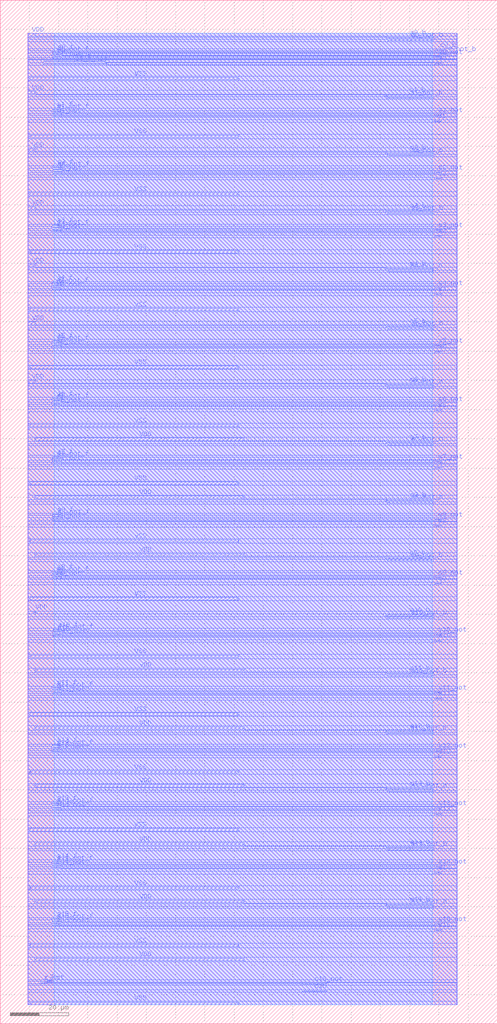
<source format=lef>
VERSION 5.7 ;
  NOWIREEXTENSIONATPIN ON ;
  DIVIDERCHAR "/" ;
  BUSBITCHARS "[]" ;
MACRO fa_16b
  CLASS BLOCK ;
  FOREIGN fa_16b ;
  ORIGIN 0.000 0.000 ;
  SIZE 169.925 BY 349.940 ;
  PIN VDD
    USE POWER ;
    PORT
      LAYER Metal3 ;
        RECT 9.635 337.670 11.815 338.570 ;
    END
    PORT
      LAYER Metal3 ;
        RECT 9.640 317.925 11.820 318.825 ;
    END
    PORT
      LAYER Metal3 ;
        RECT 9.630 298.285 11.810 299.185 ;
    END
    PORT
      LAYER Metal3 ;
        RECT 9.640 278.490 11.820 279.390 ;
    END
    PORT
      LAYER Metal3 ;
        RECT 9.650 258.740 11.830 259.640 ;
    END
    PORT
      LAYER Metal3 ;
        RECT 9.615 239.030 11.795 239.930 ;
    END
    PORT
      LAYER Metal3 ;
        RECT 9.650 219.065 11.830 219.965 ;
    END
    PORT
      LAYER Metal3 ;
        RECT 12.090 199.380 83.045 200.280 ;
    END
    PORT
      LAYER Metal3 ;
        RECT 12.090 179.540 83.045 180.440 ;
    END
    PORT
      LAYER Metal3 ;
        RECT 12.100 159.845 83.055 160.745 ;
    END
    PORT
      LAYER Metal2 ;
        RECT 11.820 140.515 12.100 140.795 ;
      LAYER Metal3 ;
        RECT 11.820 140.515 12.100 140.795 ;
    END
    PORT
      LAYER Metal3 ;
        RECT 12.090 120.340 83.045 121.240 ;
    END
    PORT
      LAYER Metal3 ;
        RECT 12.090 100.650 83.045 101.550 ;
    END
    PORT
      LAYER Metal3 ;
        RECT 12.090 80.910 83.045 81.810 ;
    END
    PORT
      LAYER Metal3 ;
        RECT 12.125 60.980 83.080 61.880 ;
    END
    PORT
      LAYER Metal3 ;
        RECT 12.105 41.340 83.060 42.240 ;
    END
    PORT
      LAYER Metal3 ;
        RECT 12.090 21.560 83.045 22.460 ;
    END
  END VDD
  PIN VSS
    USE GROUND ;
    PORT
      LAYER Metal3 ;
        RECT 10.275 322.695 81.245 323.595 ;
    END
    PORT
      LAYER Metal3 ;
        RECT 10.275 302.925 81.245 303.825 ;
    END
    PORT
      LAYER Metal3 ;
        RECT 10.275 283.230 81.245 284.130 ;
    END
    PORT
      LAYER Metal3 ;
        RECT 10.275 263.495 81.245 264.395 ;
    END
    PORT
      LAYER Metal3 ;
        RECT 10.275 243.740 81.245 244.640 ;
    END
    PORT
      LAYER Metal3 ;
        RECT 10.295 223.990 81.265 224.890 ;
    END
    PORT
      LAYER Metal3 ;
        RECT 10.295 204.045 81.265 204.945 ;
    END
    PORT
      LAYER Metal3 ;
        RECT 10.275 184.350 81.245 185.250 ;
    END
    PORT
      LAYER Metal3 ;
        RECT 10.330 164.580 81.300 165.480 ;
    END
    PORT
      LAYER Metal3 ;
        RECT 10.275 144.845 81.245 145.745 ;
    END
    PORT
      LAYER Metal3 ;
        RECT 10.275 125.165 81.245 126.065 ;
    END
    PORT
      LAYER Metal3 ;
        RECT 10.295 105.375 81.265 106.275 ;
    END
    PORT
      LAYER Metal3 ;
        RECT 10.310 85.595 81.280 86.495 ;
    END
    PORT
      LAYER Metal3 ;
        RECT 10.215 65.865 81.185 66.765 ;
    END
    PORT
      LAYER Metal3 ;
        RECT 10.310 45.910 81.280 46.810 ;
    END
    PORT
      LAYER Metal3 ;
        RECT 10.325 26.285 81.295 27.185 ;
    END
    PORT
      LAYER Metal3 ;
        RECT 10.290 6.510 81.260 7.410 ;
    END
  END VSS
  PIN c0_b
    ANTENNAGATEAREA 2.739250 ;
    ANTENNADIFFAREA 2.734275 ;
    PORT
      LAYER Metal3 ;
        RECT 149.280 332.675 151.215 332.985 ;
    END
  END c0_b
  PIN a0_b
    ANTENNAGATEAREA 2.739250 ;
    ANTENNADIFFAREA 1.587600 ;
    PORT
      LAYER Metal3 ;
        RECT 132.195 336.890 147.930 337.300 ;
    END
  END a0_b
  PIN a0_not_b
    ANTENNAGATEAREA 2.775000 ;
    ANTENNADIFFAREA 1.587600 ;
    PORT
      LAYER Metal3 ;
        RECT 132.790 336.110 147.920 336.565 ;
    END
  END a0_not_b
  PIN a1_b
    ANTENNAGATEAREA 2.739250 ;
    ANTENNADIFFAREA 1.587600 ;
    PORT
      LAYER Metal3 ;
        RECT 131.995 317.165 147.730 317.575 ;
    END
  END a1_b
  PIN a1_not_b
    ANTENNAGATEAREA 2.775000 ;
    ANTENNADIFFAREA 1.587600 ;
    PORT
      LAYER Metal3 ;
        RECT 132.590 316.385 147.720 316.840 ;
    END
  END a1_not_b
  PIN a2_b
    ANTENNAGATEAREA 2.739250 ;
    ANTENNADIFFAREA 1.587600 ;
    PORT
      LAYER Metal3 ;
        RECT 132.150 297.520 147.885 297.930 ;
    END
  END a2_b
  PIN a2_not_b
    ANTENNAGATEAREA 2.775000 ;
    ANTENNADIFFAREA 1.587600 ;
    PORT
      LAYER Metal3 ;
        RECT 132.745 296.740 147.875 297.195 ;
    END
  END a2_not_b
  PIN a3_b
    ANTENNAGATEAREA 2.739250 ;
    ANTENNADIFFAREA 1.587600 ;
    PORT
      LAYER Metal3 ;
        RECT 132.150 277.725 147.885 278.135 ;
    END
  END a3_b
  PIN a3_not_b
    ANTENNAGATEAREA 2.775000 ;
    ANTENNADIFFAREA 1.587600 ;
    PORT
      LAYER Metal3 ;
        RECT 132.745 276.945 147.875 277.400 ;
    END
  END a3_not_b
  PIN a4_b
    ANTENNAGATEAREA 2.739250 ;
    ANTENNADIFFAREA 1.587600 ;
    PORT
      LAYER Metal3 ;
        RECT 132.070 257.970 147.805 258.380 ;
    END
  END a4_b
  PIN a4_not_b
    ANTENNAGATEAREA 2.775000 ;
    ANTENNADIFFAREA 1.587600 ;
    PORT
      LAYER Metal3 ;
        RECT 132.665 257.190 147.795 257.645 ;
    END
  END a4_not_b
  PIN a5_b
    ANTENNAGATEAREA 2.739250 ;
    ANTENNADIFFAREA 1.587600 ;
    PORT
      LAYER Metal3 ;
        RECT 132.175 238.255 147.910 238.665 ;
    END
  END a5_b
  PIN a5_not_b
    ANTENNAGATEAREA 2.775000 ;
    ANTENNADIFFAREA 1.587600 ;
    PORT
      LAYER Metal3 ;
        RECT 132.770 237.475 147.900 237.930 ;
    END
  END a5_not_b
  PIN a6_b
    ANTENNAGATEAREA 2.739250 ;
    ANTENNADIFFAREA 1.587600 ;
    PORT
      LAYER Metal3 ;
        RECT 132.175 218.285 147.910 218.695 ;
    END
  END a6_b
  PIN a6_not_b
    ANTENNAGATEAREA 2.775000 ;
    ANTENNADIFFAREA 1.587600 ;
    PORT
      LAYER Metal3 ;
        RECT 132.770 217.505 147.900 217.960 ;
    END
  END a6_not_b
  PIN a7_b
    ANTENNAGATEAREA 2.739250 ;
    ANTENNADIFFAREA 1.587600 ;
    PORT
      LAYER Metal3 ;
        RECT 132.175 198.620 147.910 199.030 ;
    END
  END a7_b
  PIN a7_not_b
    ANTENNAGATEAREA 2.775000 ;
    ANTENNADIFFAREA 1.587600 ;
    PORT
      LAYER Metal3 ;
        RECT 132.770 197.840 147.900 198.295 ;
    END
  END a7_not_b
  PIN a8_b
    ANTENNAGATEAREA 2.739250 ;
    ANTENNADIFFAREA 1.587600 ;
    PORT
      LAYER Metal3 ;
        RECT 132.215 178.780 147.950 179.190 ;
    END
  END a8_b
  PIN a8_not_b
    ANTENNAGATEAREA 2.775000 ;
    ANTENNADIFFAREA 1.587600 ;
    PORT
      LAYER Metal3 ;
        RECT 132.810 178.000 147.940 178.455 ;
    END
  END a8_not_b
  PIN c0_not_b
    ANTENNAGATEAREA 2.775000 ;
    ANTENNADIFFAREA 2.560625 ;
    PORT
      LAYER Metal3 ;
        RECT 150.720 331.265 152.465 331.575 ;
    END
  END c0_not_b
  PIN s0
    ANTENNADIFFAREA 2.734275 ;
    PORT
      LAYER Metal3 ;
        RECT 148.905 328.205 150.650 328.515 ;
    END
  END s0
  PIN s0_not
    ANTENNADIFFAREA 2.560625 ;
    PORT
      LAYER Metal3 ;
        RECT 148.935 330.250 150.680 330.560 ;
    END
  END s0_not
  PIN s1
    ANTENNADIFFAREA 2.734275 ;
    PORT
      LAYER Metal3 ;
        RECT 148.775 308.475 150.520 308.785 ;
    END
  END s1
  PIN s1_not
    ANTENNADIFFAREA 2.560625 ;
    PORT
      LAYER Metal3 ;
        RECT 148.805 310.520 150.550 310.830 ;
    END
  END s1_not
  PIN s2
    ANTENNADIFFAREA 2.734275 ;
    PORT
      LAYER Metal3 ;
        RECT 148.890 288.835 150.635 289.145 ;
    END
  END s2
  PIN s2_not
    ANTENNADIFFAREA 2.560625 ;
    PORT
      LAYER Metal3 ;
        RECT 148.920 290.880 150.665 291.190 ;
    END
  END s2_not
  PIN s3
    ANTENNADIFFAREA 2.734275 ;
    PORT
      LAYER Metal3 ;
        RECT 148.890 269.035 150.635 269.345 ;
    END
  END s3
  PIN s3_not
    ANTENNADIFFAREA 2.560625 ;
    PORT
      LAYER Metal3 ;
        RECT 148.920 271.080 150.665 271.390 ;
    END
  END s3_not
  PIN s4
    ANTENNADIFFAREA 2.734275 ;
    PORT
      LAYER Metal3 ;
        RECT 148.850 249.280 150.595 249.590 ;
    END
  END s4
  PIN s4_not
    ANTENNADIFFAREA 2.560625 ;
    PORT
      LAYER Metal3 ;
        RECT 148.880 251.325 150.625 251.635 ;
    END
  END s4_not
  PIN s5
    ANTENNADIFFAREA 2.734275 ;
    PORT
      LAYER Metal3 ;
        RECT 148.890 229.565 150.635 229.875 ;
    END
  END s5
  PIN s5_not
    ANTENNADIFFAREA 2.560625 ;
    PORT
      LAYER Metal3 ;
        RECT 148.920 231.610 150.665 231.920 ;
    END
  END s5_not
  PIN s6_not
    ANTENNADIFFAREA 2.560625 ;
    PORT
      LAYER Metal3 ;
        RECT 148.915 211.640 150.660 211.950 ;
    END
  END s6_not
  PIN s7
    ANTENNADIFFAREA 2.734275 ;
    PORT
      LAYER Metal3 ;
        RECT 148.905 189.935 150.650 190.245 ;
    END
  END s7
  PIN s7_not
    ANTENNADIFFAREA 2.560625 ;
    PORT
      LAYER Metal3 ;
        RECT 148.935 191.980 150.680 192.290 ;
    END
  END s7_not
  PIN s6
    ANTENNADIFFAREA 2.734275 ;
    PORT
      LAYER Metal3 ;
        RECT 148.885 209.595 150.630 209.905 ;
    END
  END s6
  PIN a3_f
    ANTENNAGATEAREA 5.478500 ;
    ANTENNADIFFAREA 1.587600 ;
    PORT
      LAYER Metal3 ;
        RECT 18.135 272.830 20.595 273.135 ;
    END
  END a3_f
  PIN a3_not_f
    ANTENNAGATEAREA 5.550000 ;
    ANTENNADIFFAREA 1.587600 ;
    PORT
      LAYER Metal3 ;
        RECT 18.095 272.095 20.600 272.390 ;
    END
  END a3_not_f
  PIN b3
    ANTENNADIFFAREA 2.559875 ;
    PORT
      LAYER Metal3 ;
        RECT 18.100 271.380 20.615 271.675 ;
    END
  END b3
  PIN b3_not
    ANTENNADIFFAREA 2.638650 ;
    PORT
      LAYER Metal3 ;
        RECT 18.135 270.750 20.600 271.045 ;
    END
  END b3_not
  PIN a4_f
    ANTENNAGATEAREA 5.478500 ;
    ANTENNADIFFAREA 1.587600 ;
    PORT
      LAYER Metal3 ;
        RECT 18.005 253.120 20.465 253.425 ;
    END
  END a4_f
  PIN a4_not_f
    ANTENNAGATEAREA 5.550000 ;
    ANTENNADIFFAREA 1.587600 ;
    PORT
      LAYER Metal3 ;
        RECT 17.965 252.385 20.470 252.680 ;
    END
  END a4_not_f
  PIN b4
    ANTENNADIFFAREA 2.559875 ;
    PORT
      LAYER Metal3 ;
        RECT 17.970 251.670 20.485 251.965 ;
    END
  END b4
  PIN b4_not
    ANTENNADIFFAREA 2.638650 ;
    PORT
      LAYER Metal3 ;
        RECT 18.005 251.040 20.470 251.335 ;
    END
  END b4_not
  PIN a5_f
    ANTENNAGATEAREA 5.478500 ;
    ANTENNADIFFAREA 1.587600 ;
    PORT
      LAYER Metal3 ;
        RECT 18.135 233.360 20.595 233.665 ;
    END
  END a5_f
  PIN a5_not_f
    ANTENNAGATEAREA 5.550000 ;
    ANTENNADIFFAREA 1.587600 ;
    PORT
      LAYER Metal3 ;
        RECT 18.095 232.625 20.600 232.920 ;
    END
  END a5_not_f
  PIN b5
    ANTENNADIFFAREA 2.559875 ;
    PORT
      LAYER Metal3 ;
        RECT 18.100 231.910 20.615 232.205 ;
    END
  END b5
  PIN b5_not
    ANTENNADIFFAREA 2.638650 ;
    PORT
      LAYER Metal3 ;
        RECT 18.135 231.280 20.600 231.575 ;
    END
  END b5_not
  PIN a6_f
    ANTENNAGATEAREA 5.478500 ;
    ANTENNADIFFAREA 1.587600 ;
    PORT
      LAYER Metal3 ;
        RECT 18.085 213.550 20.545 213.855 ;
    END
  END a6_f
  PIN a6_not_f
    ANTENNAGATEAREA 5.550000 ;
    ANTENNADIFFAREA 1.587600 ;
    PORT
      LAYER Metal3 ;
        RECT 18.045 212.815 20.550 213.110 ;
    END
  END a6_not_f
  PIN b6
    ANTENNADIFFAREA 2.559875 ;
    PORT
      LAYER Metal3 ;
        RECT 18.050 212.100 20.565 212.395 ;
    END
  END b6
  PIN b6_not
    ANTENNADIFFAREA 2.638650 ;
    PORT
      LAYER Metal3 ;
        RECT 18.085 211.470 20.550 211.765 ;
    END
  END b6_not
  PIN a7_f
    ANTENNAGATEAREA 5.478500 ;
    ANTENNADIFFAREA 1.587600 ;
    PORT
      LAYER Metal3 ;
        RECT 18.055 193.755 20.515 194.060 ;
    END
  END a7_f
  PIN a7_not_f
    ANTENNAGATEAREA 5.550000 ;
    ANTENNADIFFAREA 1.587600 ;
    PORT
      LAYER Metal3 ;
        RECT 18.015 193.020 20.520 193.315 ;
    END
  END a7_not_f
  PIN b7
    ANTENNADIFFAREA 2.559875 ;
    PORT
      LAYER Metal3 ;
        RECT 18.020 192.305 20.535 192.600 ;
    END
  END b7
  PIN b7_not
    ANTENNADIFFAREA 2.638650 ;
    PORT
      LAYER Metal3 ;
        RECT 18.055 191.675 20.520 191.970 ;
    END
  END b7_not
  PIN a8_f
    ANTENNAGATEAREA 5.478500 ;
    ANTENNADIFFAREA 1.587600 ;
    PORT
      LAYER Metal3 ;
        RECT 18.205 173.960 20.665 174.265 ;
    END
  END a8_f
  PIN c0_f_not
    ANTENNADIFFAREA 2.638650 ;
    PORT
      LAYER Metal3 ;
        RECT 15.050 328.050 36.160 328.345 ;
    END
  END c0_f_not
  PIN c0_f
    ANTENNADIFFAREA 2.559875 ;
    PORT
      LAYER Metal3 ;
        RECT 15.230 328.915 35.575 329.210 ;
    END
  END c0_f
  PIN a0_f
    ANTENNAGATEAREA 5.478500 ;
    ANTENNADIFFAREA 1.587600 ;
    PORT
      LAYER Metal3 ;
        RECT 18.185 332.070 20.645 332.375 ;
    END
  END a0_f
  PIN a0_not_f
    ANTENNAGATEAREA 5.550000 ;
    ANTENNADIFFAREA 1.587600 ;
    PORT
      LAYER Metal3 ;
        RECT 18.145 331.335 20.650 331.630 ;
    END
  END a0_not_f
  PIN b0
    ANTENNADIFFAREA 2.559875 ;
    PORT
      LAYER Metal3 ;
        RECT 18.150 330.620 20.665 330.915 ;
    END
  END b0
  PIN b0_not
    ANTENNADIFFAREA 2.638650 ;
    PORT
      LAYER Metal3 ;
        RECT 18.185 329.990 20.650 330.285 ;
    END
  END b0_not
  PIN a1_f
    ANTENNAGATEAREA 5.478500 ;
    ANTENNADIFFAREA 1.587600 ;
    PORT
      LAYER Metal3 ;
        RECT 18.140 312.380 20.600 312.685 ;
    END
  END a1_f
  PIN a1_not_f
    ANTENNAGATEAREA 5.550000 ;
    ANTENNADIFFAREA 1.587600 ;
    PORT
      LAYER Metal3 ;
        RECT 18.100 311.645 20.605 311.940 ;
    END
  END a1_not_f
  PIN b1
    ANTENNADIFFAREA 2.559875 ;
    PORT
      LAYER Metal3 ;
        RECT 18.105 310.930 20.620 311.225 ;
    END
  END b1
  PIN b1_not
    ANTENNADIFFAREA 2.638650 ;
    PORT
      LAYER Metal3 ;
        RECT 18.140 310.300 20.605 310.595 ;
    END
  END b1_not
  PIN a2_f
    ANTENNAGATEAREA 5.478500 ;
    ANTENNADIFFAREA 1.587600 ;
    PORT
      LAYER Metal3 ;
        RECT 18.330 292.670 20.790 292.975 ;
    END
  END a2_f
  PIN a2_not_f
    ANTENNAGATEAREA 5.550000 ;
    ANTENNADIFFAREA 1.587600 ;
    PORT
      LAYER Metal3 ;
        RECT 18.290 291.935 20.795 292.230 ;
    END
  END a2_not_f
  PIN b2
    ANTENNADIFFAREA 2.559875 ;
    PORT
      LAYER Metal3 ;
        RECT 18.295 291.220 20.810 291.515 ;
    END
  END b2
  PIN b2_not
    ANTENNADIFFAREA 2.638650 ;
    PORT
      LAYER Metal3 ;
        RECT 18.330 290.590 20.795 290.885 ;
    END
  END b2_not
  PIN a8_not_f
    ANTENNAGATEAREA 5.550000 ;
    ANTENNADIFFAREA 1.587600 ;
    PORT
      LAYER Metal3 ;
        RECT 18.165 173.225 20.670 173.520 ;
    END
  END a8_not_f
  PIN b8
    ANTENNADIFFAREA 2.559875 ;
    PORT
      LAYER Metal3 ;
        RECT 18.170 172.510 20.685 172.805 ;
    END
  END b8
  PIN a13_not_f
    ANTENNAGATEAREA 5.550000 ;
    ANTENNADIFFAREA 1.587600 ;
    PORT
      LAYER Metal3 ;
        RECT 18.115 74.515 20.620 74.810 ;
    END
  END a13_not_f
  PIN b13
    ANTENNADIFFAREA 2.559875 ;
    PORT
      LAYER Metal3 ;
        RECT 18.120 73.800 20.635 74.095 ;
    END
  END b13
  PIN b13_not
    ANTENNADIFFAREA 2.638650 ;
    PORT
      LAYER Metal3 ;
        RECT 18.155 73.170 20.620 73.465 ;
    END
  END b13_not
  PIN a14_f
    ANTENNAGATEAREA 5.478500 ;
    ANTENNADIFFAREA 1.587600 ;
    PORT
      LAYER Metal3 ;
        RECT 18.105 55.440 20.565 55.745 ;
    END
  END a14_f
  PIN a14_not_f
    ANTENNAGATEAREA 5.550000 ;
    ANTENNADIFFAREA 1.587600 ;
    PORT
      LAYER Metal3 ;
        RECT 18.065 54.705 20.570 55.000 ;
    END
  END a14_not_f
  PIN b14
    ANTENNADIFFAREA 2.559875 ;
    PORT
      LAYER Metal3 ;
        RECT 18.070 53.990 20.585 54.285 ;
    END
  END b14
  PIN b14_not
    ANTENNADIFFAREA 2.638650 ;
    PORT
      LAYER Metal3 ;
        RECT 18.105 53.360 20.570 53.655 ;
    END
  END b14_not
  PIN a15_f
    ANTENNAGATEAREA 5.478500 ;
    ANTENNADIFFAREA 1.587600 ;
    PORT
      LAYER Metal3 ;
        RECT 18.075 35.645 20.535 35.950 ;
    END
  END a15_f
  PIN a15_not_f
    ANTENNAGATEAREA 5.550000 ;
    ANTENNADIFFAREA 1.587600 ;
    PORT
      LAYER Metal3 ;
        RECT 18.035 34.910 20.540 35.205 ;
    END
  END a15_not_f
  PIN b15
    ANTENNADIFFAREA 2.559875 ;
    PORT
      LAYER Metal3 ;
        RECT 18.040 34.195 20.555 34.490 ;
    END
  END b15
  PIN b15_not
    ANTENNADIFFAREA 2.638650 ;
    PORT
      LAYER Metal3 ;
        RECT 18.075 33.565 20.540 33.860 ;
    END
  END b15_not
  PIN b8_not
    ANTENNADIFFAREA 2.638650 ;
    PORT
      LAYER Metal3 ;
        RECT 18.205 171.880 20.670 172.175 ;
    END
  END b8_not
  PIN z
    ANTENNADIFFAREA 2.559875 ;
    PORT
      LAYER Metal3 ;
        RECT 16.315 14.445 17.565 14.745 ;
    END
  END z
  PIN z_not
    ANTENNADIFFAREA 2.638650 ;
    PORT
      LAYER Metal3 ;
        RECT 14.215 13.895 15.465 14.195 ;
    END
  END z_not
  PIN a9_f
    ANTENNAGATEAREA 5.478500 ;
    ANTENNADIFFAREA 1.587600 ;
    PORT
      LAYER Metal3 ;
        RECT 18.160 154.270 20.620 154.575 ;
    END
  END a9_f
  PIN a9_not_f
    ANTENNAGATEAREA 5.550000 ;
    ANTENNADIFFAREA 1.587600 ;
    PORT
      LAYER Metal3 ;
        RECT 18.120 153.535 20.625 153.830 ;
    END
  END a9_not_f
  PIN b9
    ANTENNADIFFAREA 2.559875 ;
    PORT
      LAYER Metal3 ;
        RECT 18.125 152.820 20.640 153.115 ;
    END
  END b9
  PIN b9_not
    ANTENNADIFFAREA 2.638650 ;
    PORT
      LAYER Metal3 ;
        RECT 18.160 152.190 20.625 152.485 ;
    END
  END b9_not
  PIN a10_f
    ANTENNAGATEAREA 5.478500 ;
    ANTENNADIFFAREA 1.587600 ;
    PORT
      LAYER Metal3 ;
        RECT 18.350 134.560 20.810 134.865 ;
    END
  END a10_f
  PIN a10_not_f
    ANTENNAGATEAREA 5.550000 ;
    ANTENNADIFFAREA 1.587600 ;
    PORT
      LAYER Metal3 ;
        RECT 18.310 133.825 20.815 134.120 ;
    END
  END a10_not_f
  PIN b10
    ANTENNADIFFAREA 2.559875 ;
    PORT
      LAYER Metal3 ;
        RECT 18.315 133.110 20.830 133.405 ;
    END
  END b10
  PIN b10_not
    ANTENNADIFFAREA 2.638650 ;
    PORT
      LAYER Metal3 ;
        RECT 18.350 132.480 20.815 132.775 ;
    END
  END b10_not
  PIN a11_f
    ANTENNAGATEAREA 5.478500 ;
    ANTENNADIFFAREA 1.587600 ;
    PORT
      LAYER Metal3 ;
        RECT 18.155 114.720 20.615 115.025 ;
    END
  END a11_f
  PIN a11_not_f
    ANTENNAGATEAREA 5.550000 ;
    ANTENNADIFFAREA 1.587600 ;
    PORT
      LAYER Metal3 ;
        RECT 18.115 113.985 20.620 114.280 ;
    END
  END a11_not_f
  PIN b11
    ANTENNADIFFAREA 2.559875 ;
    PORT
      LAYER Metal3 ;
        RECT 18.120 113.270 20.635 113.565 ;
    END
  END b11
  PIN b11_not
    ANTENNADIFFAREA 2.638650 ;
    PORT
      LAYER Metal3 ;
        RECT 18.155 112.640 20.620 112.935 ;
    END
  END b11_not
  PIN a12_f
    ANTENNAGATEAREA 5.478500 ;
    ANTENNADIFFAREA 1.587600 ;
    PORT
      LAYER Metal3 ;
        RECT 18.025 95.010 20.485 95.315 ;
    END
  END a12_f
  PIN a12_not_f
    ANTENNAGATEAREA 5.550000 ;
    ANTENNADIFFAREA 1.587600 ;
    PORT
      LAYER Metal3 ;
        RECT 17.985 94.275 20.490 94.570 ;
    END
  END a12_not_f
  PIN b12
    ANTENNADIFFAREA 2.559875 ;
    PORT
      LAYER Metal3 ;
        RECT 17.990 93.560 20.505 93.855 ;
    END
  END b12
  PIN b12_not
    ANTENNADIFFAREA 2.638650 ;
    PORT
      LAYER Metal3 ;
        RECT 18.025 92.930 20.490 93.225 ;
    END
  END b12_not
  PIN a13_f
    ANTENNAGATEAREA 5.478500 ;
    ANTENNADIFFAREA 1.587600 ;
    PORT
      LAYER Metal3 ;
        RECT 18.155 75.250 20.615 75.555 ;
    END
  END a13_f
  PIN a10_b
    ANTENNAGATEAREA 2.739250 ;
    ANTENNADIFFAREA 1.587600 ;
    PORT
      LAYER Metal3 ;
        RECT 132.170 139.410 147.905 139.820 ;
    END
  END a10_b
  PIN a10_not_b
    ANTENNAGATEAREA 2.775000 ;
    ANTENNADIFFAREA 1.587600 ;
    PORT
      LAYER Metal3 ;
        RECT 132.765 138.630 147.895 139.085 ;
    END
  END a10_not_b
  PIN a11_b
    ANTENNAGATEAREA 2.739250 ;
    ANTENNADIFFAREA 1.587600 ;
    PORT
      LAYER Metal3 ;
        RECT 132.170 119.615 147.905 120.025 ;
    END
  END a11_b
  PIN a11_not_b
    ANTENNAGATEAREA 2.775000 ;
    ANTENNADIFFAREA 1.587600 ;
    PORT
      LAYER Metal3 ;
        RECT 132.765 118.835 147.895 119.290 ;
    END
  END a11_not_b
  PIN a12_b
    ANTENNAGATEAREA 2.739250 ;
    ANTENNADIFFAREA 1.587600 ;
    PORT
      LAYER Metal3 ;
        RECT 132.090 99.860 147.825 100.270 ;
    END
  END a12_b
  PIN a12_not_b
    ANTENNAGATEAREA 2.775000 ;
    ANTENNADIFFAREA 1.587600 ;
    PORT
      LAYER Metal3 ;
        RECT 132.685 99.080 147.815 99.535 ;
    END
  END a12_not_b
  PIN a13_b
    ANTENNAGATEAREA 2.739250 ;
    ANTENNADIFFAREA 1.587600 ;
    PORT
      LAYER Metal3 ;
        RECT 132.195 80.145 147.930 80.555 ;
    END
  END a13_b
  PIN a13_not_b
    ANTENNAGATEAREA 2.775000 ;
    ANTENNADIFFAREA 1.587600 ;
    PORT
      LAYER Metal3 ;
        RECT 132.790 79.365 147.920 79.820 ;
    END
  END a13_not_b
  PIN a14_b
    ANTENNAGATEAREA 2.739250 ;
    ANTENNADIFFAREA 1.587600 ;
    PORT
      LAYER Metal3 ;
        RECT 132.195 60.175 147.930 60.585 ;
    END
  END a14_b
  PIN a14_not_b
    ANTENNAGATEAREA 2.775000 ;
    ANTENNADIFFAREA 1.587600 ;
    PORT
      LAYER Metal3 ;
        RECT 132.790 59.395 147.920 59.850 ;
    END
  END a14_not_b
  PIN a15_b
    ANTENNAGATEAREA 2.739250 ;
    ANTENNADIFFAREA 1.587600 ;
    PORT
      LAYER Metal3 ;
        RECT 132.195 40.510 147.930 40.920 ;
    END
  END a15_b
  PIN a15_not_b
    ANTENNAGATEAREA 2.775000 ;
    ANTENNADIFFAREA 1.587600 ;
    PORT
      LAYER Metal3 ;
        RECT 132.790 39.730 147.920 40.185 ;
    END
  END a15_not_b
  PIN c15
    ANTENNADIFFAREA 2.734275 ;
    PORT
      LAYER Metal3 ;
        RECT 103.605 11.000 111.150 11.320 ;
    END
  END c15
  PIN c15_not
    ANTENNADIFFAREA 2.560625 ;
    PORT
      LAYER Metal3 ;
        RECT 103.620 13.430 111.140 13.750 ;
    END
  END c15_not
  PIN a9_b
    ANTENNAGATEAREA 2.739250 ;
    ANTENNADIFFAREA 1.587600 ;
    PORT
      LAYER Metal3 ;
        RECT 132.015 159.055 147.750 159.465 ;
    END
  END a9_b
  PIN s8
    ANTENNADIFFAREA 2.734275 ;
    PORT
      LAYER Metal3 ;
        RECT 148.905 170.090 150.650 170.400 ;
    END
  END s8
  PIN s8_not
    ANTENNADIFFAREA 2.560625 ;
    PORT
      LAYER Metal3 ;
        RECT 148.935 172.135 150.680 172.445 ;
    END
  END s8_not
  PIN s9
    ANTENNADIFFAREA 2.734275 ;
    PORT
      LAYER Metal3 ;
        RECT 148.805 150.365 150.550 150.675 ;
    END
  END s9
  PIN s9_not
    ANTENNADIFFAREA 2.560625 ;
    PORT
      LAYER Metal3 ;
        RECT 148.835 152.410 150.580 152.720 ;
    END
  END s9_not
  PIN s10
    ANTENNADIFFAREA 2.734275 ;
    PORT
      LAYER Metal3 ;
        RECT 148.865 130.720 150.610 131.030 ;
    END
  END s10
  PIN s10_not
    ANTENNADIFFAREA 2.560625 ;
    PORT
      LAYER Metal3 ;
        RECT 148.895 132.765 150.640 133.075 ;
    END
  END s10_not
  PIN s11
    ANTENNADIFFAREA 2.734275 ;
    PORT
      LAYER Metal3 ;
        RECT 148.865 110.930 150.610 111.240 ;
    END
  END s11
  PIN s11_not
    ANTENNADIFFAREA 2.560625 ;
    PORT
      LAYER Metal3 ;
        RECT 148.895 112.975 150.640 113.285 ;
    END
  END s11_not
  PIN s12
    ANTENNADIFFAREA 2.734275 ;
    PORT
      LAYER Metal3 ;
        RECT 148.865 91.170 150.610 91.480 ;
    END
  END s12
  PIN s12_not
    ANTENNADIFFAREA 2.560625 ;
    PORT
      LAYER Metal3 ;
        RECT 148.895 93.215 150.640 93.525 ;
    END
  END s12_not
  PIN s13
    ANTENNADIFFAREA 2.734275 ;
    PORT
      LAYER Metal3 ;
        RECT 148.890 71.460 150.635 71.770 ;
    END
  END s13
  PIN s13_not
    ANTENNADIFFAREA 2.560625 ;
    PORT
      LAYER Metal3 ;
        RECT 148.920 73.505 150.665 73.815 ;
    END
  END s13_not
  PIN s14
    ANTENNADIFFAREA 2.734275 ;
    PORT
      LAYER Metal3 ;
        RECT 148.875 51.490 150.620 51.800 ;
    END
  END s14
  PIN s14_not
    ANTENNADIFFAREA 2.560625 ;
    PORT
      LAYER Metal3 ;
        RECT 148.905 53.535 150.650 53.845 ;
    END
  END s14_not
  PIN s15
    ANTENNADIFFAREA 2.734275 ;
    PORT
      LAYER Metal3 ;
        RECT 148.900 31.825 150.645 32.135 ;
    END
  END s15
  PIN s15_not
    ANTENNADIFFAREA 2.560625 ;
    PORT
      LAYER Metal3 ;
        RECT 148.930 33.870 150.675 34.180 ;
    END
  END s15_not
  PIN a9_not_b
    ANTENNAGATEAREA 2.775000 ;
    ANTENNADIFFAREA 1.587600 ;
    PORT
      LAYER Metal3 ;
        RECT 132.610 158.275 147.740 158.730 ;
    END
  END a9_not_b
  OBS
      LAYER Nwell ;
        RECT 18.465 6.520 147.730 338.615 ;
      LAYER Metal1 ;
        RECT 9.415 6.520 156.165 338.615 ;
      LAYER Metal2 ;
        RECT 9.635 6.520 156.145 338.620 ;
      LAYER Metal3 ;
        RECT 12.115 337.600 156.185 338.570 ;
        RECT 12.115 337.370 131.895 337.600 ;
        RECT 9.560 336.590 131.895 337.370 ;
        RECT 148.230 336.590 156.185 337.600 ;
        RECT 9.560 335.810 132.490 336.590 ;
        RECT 148.220 335.810 156.185 336.590 ;
        RECT 9.560 333.285 156.185 335.810 ;
        RECT 9.560 332.675 148.980 333.285 ;
        RECT 9.560 331.930 17.885 332.675 ;
        RECT 20.945 332.375 148.980 332.675 ;
        RECT 151.515 332.375 156.185 333.285 ;
        RECT 20.945 331.930 156.185 332.375 ;
        RECT 9.560 331.035 17.845 331.930 ;
        RECT 20.950 331.875 156.185 331.930 ;
        RECT 20.950 331.215 150.420 331.875 ;
        RECT 9.560 330.320 17.850 331.035 ;
        RECT 20.965 330.965 150.420 331.215 ;
        RECT 152.765 330.965 156.185 331.875 ;
        RECT 20.965 330.860 156.185 330.965 ;
        RECT 20.965 330.320 148.635 330.860 ;
        RECT 9.560 329.690 17.885 330.320 ;
        RECT 20.950 329.950 148.635 330.320 ;
        RECT 150.980 329.950 156.185 330.860 ;
        RECT 20.950 329.690 156.185 329.950 ;
        RECT 9.560 329.510 156.185 329.690 ;
        RECT 9.560 328.645 14.930 329.510 ;
        RECT 35.875 328.815 156.185 329.510 ;
        RECT 35.875 328.645 148.605 328.815 ;
        RECT 9.560 327.750 14.750 328.645 ;
        RECT 36.460 327.905 148.605 328.645 ;
        RECT 150.950 327.905 156.185 328.815 ;
        RECT 36.460 327.750 156.185 327.905 ;
        RECT 9.560 323.895 156.185 327.750 ;
        RECT 9.560 322.395 9.975 323.895 ;
        RECT 81.545 322.395 156.185 323.895 ;
        RECT 9.560 319.125 156.185 322.395 ;
        RECT 12.120 317.875 156.185 319.125 ;
        RECT 12.120 317.625 131.695 317.875 ;
        RECT 9.560 316.865 131.695 317.625 ;
        RECT 148.030 316.865 156.185 317.875 ;
        RECT 9.560 316.085 132.290 316.865 ;
        RECT 148.020 316.085 156.185 316.865 ;
        RECT 9.560 312.985 156.185 316.085 ;
        RECT 9.560 312.240 17.840 312.985 ;
        RECT 20.900 312.240 156.185 312.985 ;
        RECT 9.560 311.345 17.800 312.240 ;
        RECT 20.905 311.525 156.185 312.240 ;
        RECT 9.560 310.630 17.805 311.345 ;
        RECT 20.920 311.130 156.185 311.525 ;
        RECT 20.920 310.630 148.505 311.130 ;
        RECT 9.560 310.000 17.840 310.630 ;
        RECT 20.905 310.220 148.505 310.630 ;
        RECT 150.850 310.220 156.185 311.130 ;
        RECT 20.905 310.000 156.185 310.220 ;
        RECT 9.560 309.085 156.185 310.000 ;
        RECT 9.560 308.175 148.475 309.085 ;
        RECT 150.820 308.175 156.185 309.085 ;
        RECT 9.560 304.125 156.185 308.175 ;
        RECT 9.560 302.625 9.975 304.125 ;
        RECT 81.545 302.625 156.185 304.125 ;
        RECT 9.560 299.485 156.185 302.625 ;
        RECT 12.110 298.230 156.185 299.485 ;
        RECT 12.110 297.985 131.850 298.230 ;
        RECT 9.560 297.220 131.850 297.985 ;
        RECT 148.185 297.220 156.185 298.230 ;
        RECT 9.560 296.440 132.445 297.220 ;
        RECT 148.175 296.440 156.185 297.220 ;
        RECT 9.560 293.275 156.185 296.440 ;
        RECT 9.560 292.530 18.030 293.275 ;
        RECT 21.090 292.530 156.185 293.275 ;
        RECT 9.560 291.635 17.990 292.530 ;
        RECT 21.095 291.815 156.185 292.530 ;
        RECT 9.560 290.920 17.995 291.635 ;
        RECT 21.110 291.490 156.185 291.815 ;
        RECT 21.110 290.920 148.620 291.490 ;
        RECT 9.560 290.290 18.030 290.920 ;
        RECT 21.095 290.580 148.620 290.920 ;
        RECT 150.965 290.580 156.185 291.490 ;
        RECT 21.095 290.290 156.185 290.580 ;
        RECT 9.560 289.445 156.185 290.290 ;
        RECT 9.560 288.535 148.590 289.445 ;
        RECT 150.935 288.535 156.185 289.445 ;
        RECT 9.560 284.430 156.185 288.535 ;
        RECT 9.560 282.930 9.975 284.430 ;
        RECT 81.545 282.930 156.185 284.430 ;
        RECT 9.560 279.690 156.185 282.930 ;
        RECT 12.120 278.435 156.185 279.690 ;
        RECT 12.120 278.190 131.850 278.435 ;
        RECT 9.560 277.425 131.850 278.190 ;
        RECT 148.185 277.425 156.185 278.435 ;
        RECT 9.560 276.645 132.445 277.425 ;
        RECT 148.175 276.645 156.185 277.425 ;
        RECT 9.560 273.435 156.185 276.645 ;
        RECT 9.560 272.690 17.835 273.435 ;
        RECT 20.895 272.690 156.185 273.435 ;
        RECT 9.560 271.795 17.795 272.690 ;
        RECT 20.900 271.975 156.185 272.690 ;
        RECT 9.560 271.080 17.800 271.795 ;
        RECT 20.915 271.690 156.185 271.975 ;
        RECT 20.915 271.080 148.620 271.690 ;
        RECT 9.560 270.450 17.835 271.080 ;
        RECT 20.900 270.780 148.620 271.080 ;
        RECT 150.965 270.780 156.185 271.690 ;
        RECT 20.900 270.450 156.185 270.780 ;
        RECT 9.560 269.645 156.185 270.450 ;
        RECT 9.560 268.735 148.590 269.645 ;
        RECT 150.935 268.735 156.185 269.645 ;
        RECT 9.560 264.695 156.185 268.735 ;
        RECT 9.560 263.195 9.975 264.695 ;
        RECT 81.545 263.195 156.185 264.695 ;
        RECT 9.560 259.940 156.185 263.195 ;
        RECT 12.130 258.680 156.185 259.940 ;
        RECT 12.130 258.440 131.770 258.680 ;
        RECT 9.560 257.670 131.770 258.440 ;
        RECT 148.105 257.670 156.185 258.680 ;
        RECT 9.560 256.890 132.365 257.670 ;
        RECT 148.095 256.890 156.185 257.670 ;
        RECT 9.560 253.725 156.185 256.890 ;
        RECT 9.560 252.980 17.705 253.725 ;
        RECT 20.765 252.980 156.185 253.725 ;
        RECT 9.560 252.085 17.665 252.980 ;
        RECT 20.770 252.265 156.185 252.980 ;
        RECT 9.560 251.370 17.670 252.085 ;
        RECT 20.785 251.935 156.185 252.265 ;
        RECT 20.785 251.370 148.580 251.935 ;
        RECT 9.560 250.740 17.705 251.370 ;
        RECT 20.770 251.025 148.580 251.370 ;
        RECT 150.925 251.025 156.185 251.935 ;
        RECT 20.770 250.740 156.185 251.025 ;
        RECT 9.560 249.890 156.185 250.740 ;
        RECT 9.560 248.980 148.550 249.890 ;
        RECT 150.895 248.980 156.185 249.890 ;
        RECT 9.560 244.940 156.185 248.980 ;
        RECT 9.560 243.440 9.975 244.940 ;
        RECT 81.545 243.440 156.185 244.940 ;
        RECT 9.560 240.230 156.185 243.440 ;
        RECT 12.095 238.965 156.185 240.230 ;
        RECT 12.095 238.730 131.875 238.965 ;
        RECT 9.560 237.955 131.875 238.730 ;
        RECT 148.210 237.955 156.185 238.965 ;
        RECT 9.560 237.175 132.470 237.955 ;
        RECT 148.200 237.175 156.185 237.955 ;
        RECT 9.560 233.965 156.185 237.175 ;
        RECT 9.560 233.220 17.835 233.965 ;
        RECT 20.895 233.220 156.185 233.965 ;
        RECT 9.560 232.325 17.795 233.220 ;
        RECT 20.900 232.505 156.185 233.220 ;
        RECT 9.560 231.610 17.800 232.325 ;
        RECT 20.915 232.220 156.185 232.505 ;
        RECT 20.915 231.610 148.620 232.220 ;
        RECT 9.560 230.980 17.835 231.610 ;
        RECT 20.900 231.310 148.620 231.610 ;
        RECT 150.965 231.310 156.185 232.220 ;
        RECT 20.900 230.980 156.185 231.310 ;
        RECT 9.560 230.175 156.185 230.980 ;
        RECT 9.560 229.265 148.590 230.175 ;
        RECT 150.935 229.265 156.185 230.175 ;
        RECT 9.560 225.190 156.185 229.265 ;
        RECT 9.560 223.690 9.995 225.190 ;
        RECT 81.565 223.690 156.185 225.190 ;
        RECT 9.560 220.265 156.185 223.690 ;
        RECT 12.130 218.995 156.185 220.265 ;
        RECT 12.130 218.765 131.875 218.995 ;
        RECT 9.560 217.985 131.875 218.765 ;
        RECT 148.210 217.985 156.185 218.995 ;
        RECT 9.560 217.205 132.470 217.985 ;
        RECT 148.200 217.205 156.185 217.985 ;
        RECT 9.560 214.155 156.185 217.205 ;
        RECT 9.560 213.410 17.785 214.155 ;
        RECT 20.845 213.410 156.185 214.155 ;
        RECT 9.560 212.515 17.745 213.410 ;
        RECT 20.850 212.695 156.185 213.410 ;
        RECT 9.560 211.800 17.750 212.515 ;
        RECT 20.865 212.250 156.185 212.695 ;
        RECT 20.865 211.800 148.615 212.250 ;
        RECT 9.560 211.170 17.785 211.800 ;
        RECT 20.850 211.340 148.615 211.800 ;
        RECT 150.960 211.340 156.185 212.250 ;
        RECT 20.850 211.170 156.185 211.340 ;
        RECT 9.560 210.205 156.185 211.170 ;
        RECT 9.560 209.295 148.585 210.205 ;
        RECT 150.930 209.295 156.185 210.205 ;
        RECT 9.560 205.245 156.185 209.295 ;
        RECT 9.560 203.745 9.995 205.245 ;
        RECT 81.565 203.745 156.185 205.245 ;
        RECT 9.560 200.580 156.185 203.745 ;
        RECT 9.560 199.080 11.790 200.580 ;
        RECT 83.345 199.330 156.185 200.580 ;
        RECT 83.345 199.080 131.875 199.330 ;
        RECT 9.560 198.320 131.875 199.080 ;
        RECT 148.210 198.320 156.185 199.330 ;
        RECT 9.560 197.540 132.470 198.320 ;
        RECT 148.200 197.540 156.185 198.320 ;
        RECT 9.560 194.360 156.185 197.540 ;
        RECT 9.560 193.615 17.755 194.360 ;
        RECT 20.815 193.615 156.185 194.360 ;
        RECT 9.560 192.720 17.715 193.615 ;
        RECT 20.820 192.900 156.185 193.615 ;
        RECT 9.560 192.005 17.720 192.720 ;
        RECT 20.835 192.590 156.185 192.900 ;
        RECT 20.835 192.005 148.635 192.590 ;
        RECT 9.560 191.375 17.755 192.005 ;
        RECT 20.820 191.680 148.635 192.005 ;
        RECT 150.980 191.680 156.185 192.590 ;
        RECT 20.820 191.375 156.185 191.680 ;
        RECT 9.560 190.545 156.185 191.375 ;
        RECT 9.560 189.635 148.605 190.545 ;
        RECT 150.950 189.635 156.185 190.545 ;
        RECT 9.560 185.550 156.185 189.635 ;
        RECT 9.560 184.050 9.975 185.550 ;
        RECT 81.545 184.050 156.185 185.550 ;
        RECT 9.560 180.740 156.185 184.050 ;
        RECT 9.560 179.240 11.790 180.740 ;
        RECT 83.345 179.490 156.185 180.740 ;
        RECT 83.345 179.240 131.915 179.490 ;
        RECT 9.560 178.480 131.915 179.240 ;
        RECT 148.250 178.480 156.185 179.490 ;
        RECT 9.560 177.700 132.510 178.480 ;
        RECT 148.240 177.700 156.185 178.480 ;
        RECT 9.560 174.565 156.185 177.700 ;
        RECT 9.560 173.820 17.905 174.565 ;
        RECT 20.965 173.820 156.185 174.565 ;
        RECT 9.560 172.925 17.865 173.820 ;
        RECT 20.970 173.105 156.185 173.820 ;
        RECT 9.560 172.210 17.870 172.925 ;
        RECT 20.985 172.745 156.185 173.105 ;
        RECT 20.985 172.210 148.635 172.745 ;
        RECT 9.560 171.580 17.905 172.210 ;
        RECT 20.970 171.835 148.635 172.210 ;
        RECT 150.980 171.835 156.185 172.745 ;
        RECT 20.970 171.580 156.185 171.835 ;
        RECT 9.560 170.700 156.185 171.580 ;
        RECT 9.560 169.790 148.605 170.700 ;
        RECT 150.950 169.790 156.185 170.700 ;
        RECT 9.560 165.780 156.185 169.790 ;
        RECT 9.560 164.280 10.030 165.780 ;
        RECT 81.600 164.280 156.185 165.780 ;
        RECT 9.560 161.045 156.185 164.280 ;
        RECT 9.560 159.545 11.800 161.045 ;
        RECT 83.355 159.765 156.185 161.045 ;
        RECT 83.355 159.545 131.715 159.765 ;
        RECT 9.560 158.755 131.715 159.545 ;
        RECT 148.050 158.755 156.185 159.765 ;
        RECT 9.560 157.975 132.310 158.755 ;
        RECT 148.040 157.975 156.185 158.755 ;
        RECT 9.560 154.875 156.185 157.975 ;
        RECT 9.560 154.130 17.860 154.875 ;
        RECT 20.920 154.130 156.185 154.875 ;
        RECT 9.560 153.235 17.820 154.130 ;
        RECT 20.925 153.415 156.185 154.130 ;
        RECT 9.560 152.520 17.825 153.235 ;
        RECT 20.940 153.020 156.185 153.415 ;
        RECT 20.940 152.520 148.535 153.020 ;
        RECT 9.560 151.890 17.860 152.520 ;
        RECT 20.925 152.110 148.535 152.520 ;
        RECT 150.880 152.110 156.185 153.020 ;
        RECT 20.925 151.890 156.185 152.110 ;
        RECT 9.560 150.975 156.185 151.890 ;
        RECT 9.560 150.065 148.505 150.975 ;
        RECT 150.850 150.065 156.185 150.975 ;
        RECT 9.560 146.045 156.185 150.065 ;
        RECT 9.560 144.545 9.975 146.045 ;
        RECT 81.545 144.545 156.185 146.045 ;
        RECT 9.560 141.095 156.185 144.545 ;
        RECT 9.560 140.215 11.520 141.095 ;
        RECT 12.400 140.215 156.185 141.095 ;
        RECT 9.560 140.120 156.185 140.215 ;
        RECT 9.560 139.110 131.870 140.120 ;
        RECT 148.205 139.110 156.185 140.120 ;
        RECT 9.560 138.330 132.465 139.110 ;
        RECT 148.195 138.330 156.185 139.110 ;
        RECT 9.560 135.165 156.185 138.330 ;
        RECT 9.560 134.420 18.050 135.165 ;
        RECT 21.110 134.420 156.185 135.165 ;
        RECT 9.560 133.525 18.010 134.420 ;
        RECT 21.115 133.705 156.185 134.420 ;
        RECT 9.560 132.810 18.015 133.525 ;
        RECT 21.130 133.375 156.185 133.705 ;
        RECT 21.130 132.810 148.595 133.375 ;
        RECT 9.560 132.180 18.050 132.810 ;
        RECT 21.115 132.465 148.595 132.810 ;
        RECT 150.940 132.465 156.185 133.375 ;
        RECT 21.115 132.180 156.185 132.465 ;
        RECT 9.560 131.330 156.185 132.180 ;
        RECT 9.560 130.420 148.565 131.330 ;
        RECT 150.910 130.420 156.185 131.330 ;
        RECT 9.560 126.365 156.185 130.420 ;
        RECT 9.560 124.865 9.975 126.365 ;
        RECT 81.545 124.865 156.185 126.365 ;
        RECT 9.560 121.540 156.185 124.865 ;
        RECT 9.560 120.040 11.790 121.540 ;
        RECT 83.345 120.325 156.185 121.540 ;
        RECT 83.345 120.040 131.870 120.325 ;
        RECT 9.560 119.315 131.870 120.040 ;
        RECT 148.205 119.315 156.185 120.325 ;
        RECT 9.560 118.535 132.465 119.315 ;
        RECT 148.195 118.535 156.185 119.315 ;
        RECT 9.560 115.325 156.185 118.535 ;
        RECT 9.560 114.580 17.855 115.325 ;
        RECT 20.915 114.580 156.185 115.325 ;
        RECT 9.560 113.685 17.815 114.580 ;
        RECT 20.920 113.865 156.185 114.580 ;
        RECT 9.560 112.970 17.820 113.685 ;
        RECT 20.935 113.585 156.185 113.865 ;
        RECT 20.935 112.970 148.595 113.585 ;
        RECT 9.560 112.340 17.855 112.970 ;
        RECT 20.920 112.675 148.595 112.970 ;
        RECT 150.940 112.675 156.185 113.585 ;
        RECT 20.920 112.340 156.185 112.675 ;
        RECT 9.560 111.540 156.185 112.340 ;
        RECT 9.560 110.630 148.565 111.540 ;
        RECT 150.910 110.630 156.185 111.540 ;
        RECT 9.560 106.575 156.185 110.630 ;
        RECT 9.560 105.075 9.995 106.575 ;
        RECT 81.565 105.075 156.185 106.575 ;
        RECT 9.560 101.850 156.185 105.075 ;
        RECT 9.560 100.350 11.790 101.850 ;
        RECT 83.345 100.570 156.185 101.850 ;
        RECT 83.345 100.350 131.790 100.570 ;
        RECT 9.560 99.560 131.790 100.350 ;
        RECT 148.125 99.560 156.185 100.570 ;
        RECT 9.560 98.780 132.385 99.560 ;
        RECT 148.115 98.780 156.185 99.560 ;
        RECT 9.560 95.615 156.185 98.780 ;
        RECT 9.560 94.870 17.725 95.615 ;
        RECT 20.785 94.870 156.185 95.615 ;
        RECT 9.560 93.975 17.685 94.870 ;
        RECT 20.790 94.155 156.185 94.870 ;
        RECT 9.560 93.260 17.690 93.975 ;
        RECT 20.805 93.825 156.185 94.155 ;
        RECT 20.805 93.260 148.595 93.825 ;
        RECT 9.560 92.630 17.725 93.260 ;
        RECT 20.790 92.915 148.595 93.260 ;
        RECT 150.940 92.915 156.185 93.825 ;
        RECT 20.790 92.630 156.185 92.915 ;
        RECT 9.560 91.780 156.185 92.630 ;
        RECT 9.560 90.870 148.565 91.780 ;
        RECT 150.910 90.870 156.185 91.780 ;
        RECT 9.560 86.795 156.185 90.870 ;
        RECT 9.560 85.295 10.010 86.795 ;
        RECT 81.580 85.295 156.185 86.795 ;
        RECT 9.560 82.110 156.185 85.295 ;
        RECT 9.560 80.610 11.790 82.110 ;
        RECT 83.345 80.855 156.185 82.110 ;
        RECT 83.345 80.610 131.895 80.855 ;
        RECT 9.560 79.845 131.895 80.610 ;
        RECT 148.230 79.845 156.185 80.855 ;
        RECT 9.560 79.065 132.490 79.845 ;
        RECT 148.220 79.065 156.185 79.845 ;
        RECT 9.560 75.855 156.185 79.065 ;
        RECT 9.560 75.110 17.855 75.855 ;
        RECT 20.915 75.110 156.185 75.855 ;
        RECT 9.560 74.215 17.815 75.110 ;
        RECT 20.920 74.395 156.185 75.110 ;
        RECT 9.560 73.500 17.820 74.215 ;
        RECT 20.935 74.115 156.185 74.395 ;
        RECT 20.935 73.500 148.620 74.115 ;
        RECT 9.560 72.870 17.855 73.500 ;
        RECT 20.920 73.205 148.620 73.500 ;
        RECT 150.965 73.205 156.185 74.115 ;
        RECT 20.920 72.870 156.185 73.205 ;
        RECT 9.560 72.070 156.185 72.870 ;
        RECT 9.560 71.160 148.590 72.070 ;
        RECT 150.935 71.160 156.185 72.070 ;
        RECT 9.560 67.065 156.185 71.160 ;
        RECT 9.560 65.565 9.915 67.065 ;
        RECT 81.485 65.565 156.185 67.065 ;
        RECT 9.560 62.180 156.185 65.565 ;
        RECT 9.560 60.680 11.825 62.180 ;
        RECT 83.380 60.885 156.185 62.180 ;
        RECT 83.380 60.680 131.895 60.885 ;
        RECT 9.560 59.875 131.895 60.680 ;
        RECT 148.230 59.875 156.185 60.885 ;
        RECT 9.560 59.095 132.490 59.875 ;
        RECT 148.220 59.095 156.185 59.875 ;
        RECT 9.560 56.045 156.185 59.095 ;
        RECT 9.560 55.300 17.805 56.045 ;
        RECT 20.865 55.300 156.185 56.045 ;
        RECT 9.560 54.405 17.765 55.300 ;
        RECT 20.870 54.585 156.185 55.300 ;
        RECT 9.560 53.690 17.770 54.405 ;
        RECT 20.885 54.145 156.185 54.585 ;
        RECT 20.885 53.690 148.605 54.145 ;
        RECT 9.560 53.060 17.805 53.690 ;
        RECT 20.870 53.235 148.605 53.690 ;
        RECT 150.950 53.235 156.185 54.145 ;
        RECT 20.870 53.060 156.185 53.235 ;
        RECT 9.560 52.100 156.185 53.060 ;
        RECT 9.560 51.190 148.575 52.100 ;
        RECT 150.920 51.190 156.185 52.100 ;
        RECT 9.560 47.110 156.185 51.190 ;
        RECT 9.560 45.610 10.010 47.110 ;
        RECT 81.580 45.610 156.185 47.110 ;
        RECT 9.560 42.540 156.185 45.610 ;
        RECT 9.560 41.040 11.805 42.540 ;
        RECT 83.360 41.220 156.185 42.540 ;
        RECT 83.360 41.040 131.895 41.220 ;
        RECT 9.560 40.210 131.895 41.040 ;
        RECT 148.230 40.210 156.185 41.220 ;
        RECT 9.560 39.430 132.490 40.210 ;
        RECT 148.220 39.430 156.185 40.210 ;
        RECT 9.560 36.250 156.185 39.430 ;
        RECT 9.560 35.505 17.775 36.250 ;
        RECT 20.835 35.505 156.185 36.250 ;
        RECT 9.560 34.610 17.735 35.505 ;
        RECT 20.840 34.790 156.185 35.505 ;
        RECT 9.560 33.895 17.740 34.610 ;
        RECT 20.855 34.480 156.185 34.790 ;
        RECT 20.855 33.895 148.630 34.480 ;
        RECT 9.560 33.265 17.775 33.895 ;
        RECT 20.840 33.570 148.630 33.895 ;
        RECT 150.975 33.570 156.185 34.480 ;
        RECT 20.840 33.265 156.185 33.570 ;
        RECT 9.560 32.435 156.185 33.265 ;
        RECT 9.560 31.525 148.600 32.435 ;
        RECT 150.945 31.525 156.185 32.435 ;
        RECT 9.560 27.485 156.185 31.525 ;
        RECT 9.560 25.985 10.025 27.485 ;
        RECT 81.595 25.985 156.185 27.485 ;
        RECT 9.560 22.760 156.185 25.985 ;
        RECT 9.560 21.260 11.790 22.760 ;
        RECT 83.345 21.260 156.185 22.760 ;
        RECT 9.560 15.045 156.185 21.260 ;
        RECT 9.560 14.495 16.015 15.045 ;
        RECT 9.560 13.595 13.915 14.495 ;
        RECT 15.765 14.145 16.015 14.495 ;
        RECT 17.865 14.145 156.185 15.045 ;
        RECT 15.765 14.050 156.185 14.145 ;
        RECT 15.765 13.595 103.320 14.050 ;
        RECT 9.560 13.130 103.320 13.595 ;
        RECT 111.440 13.130 156.185 14.050 ;
        RECT 9.560 11.620 156.185 13.130 ;
        RECT 9.560 10.700 103.305 11.620 ;
        RECT 111.450 10.700 156.185 11.620 ;
        RECT 9.560 7.710 156.185 10.700 ;
        RECT 9.560 6.510 9.990 7.710 ;
        RECT 81.560 6.510 156.185 7.710 ;
  END
END fa_16b
END LIBRARY


</source>
